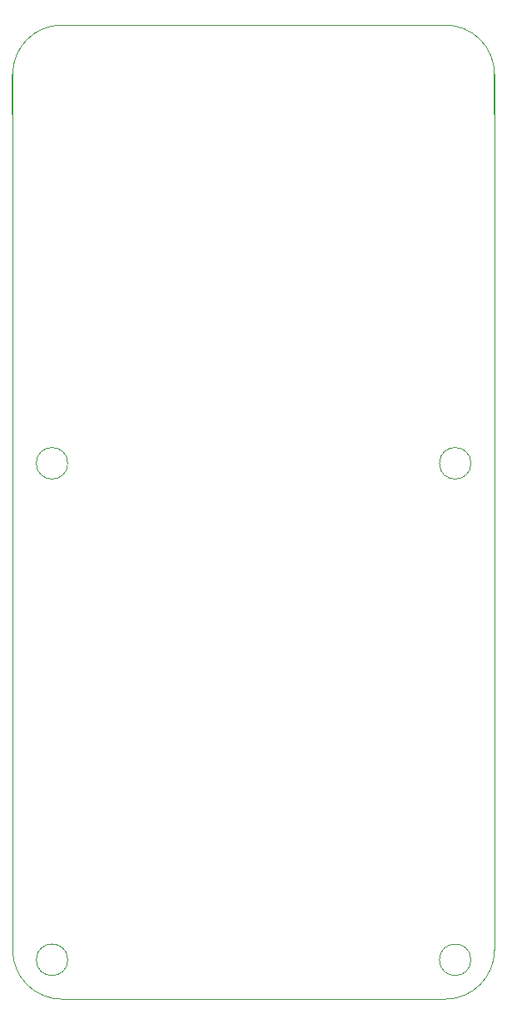
<source format=gm1>
G04 #@! TF.FileFunction,Profile,NP*
%FSLAX46Y46*%
G04 Gerber Fmt 4.6, Leading zero omitted, Abs format (unit mm)*
G04 Created by KiCad (PCBNEW 4.0.7) date 10/16/17 21:23:38*
%MOMM*%
%LPD*%
G01*
G04 APERTURE LIST*
%ADD10C,0.100000*%
%ADD11C,0.150000*%
G04 APERTURE END LIST*
D10*
D11*
X183376000Y-48318000D02*
X183376000Y-52418000D01*
X134412000Y-48306000D02*
X134412000Y-52370000D01*
D10*
X183400000Y-52411918D02*
X183400000Y-137411918D01*
X178400000Y-43347918D02*
G75*
G02X183400000Y-48347918I0J-5000000D01*
G01*
X139400000Y-43347918D02*
X178400000Y-43347918D01*
X134400000Y-48347918D02*
G75*
G02X139400000Y-43347918I5000000J0D01*
G01*
X134400000Y-137411918D02*
X134400000Y-52411918D01*
X139400000Y-142411918D02*
G75*
G02X134400000Y-137411918I0J5000000D01*
G01*
X178400000Y-142411918D02*
X139400000Y-142411918D01*
X183400000Y-137411918D02*
G75*
G02X178400000Y-142411918I-5000000J0D01*
G01*
X140000000Y-87919918D02*
G75*
G03X140000000Y-87919918I-1600000J0D01*
G01*
X181000000Y-87919918D02*
G75*
G03X181000000Y-87919918I-1600000J0D01*
G01*
X181000000Y-138411918D02*
G75*
G03X181000000Y-138411918I-1600000J0D01*
G01*
X140000000Y-138411918D02*
G75*
G03X140000000Y-138411918I-1600000J0D01*
G01*
M02*

</source>
